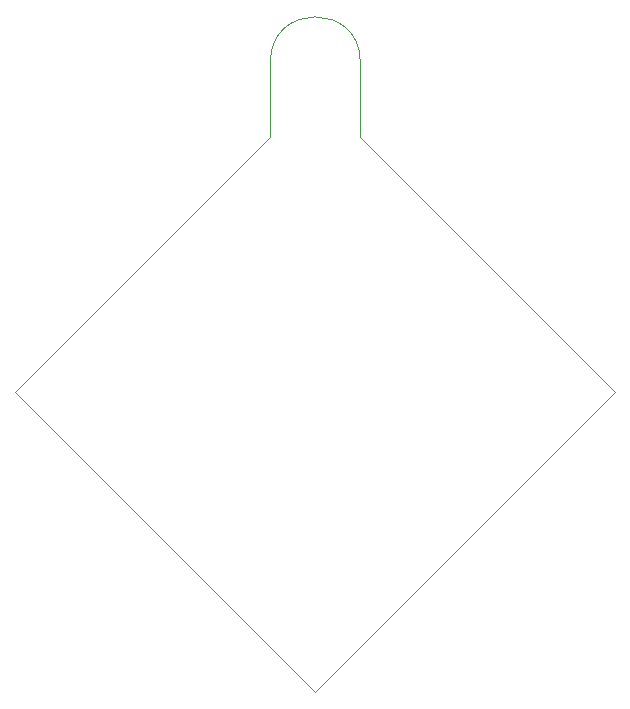
<source format=gm1>
G04 #@! TF.GenerationSoftware,KiCad,Pcbnew,(5.1.5)-3*
G04 #@! TF.CreationDate,2019-12-21T12:13:31-08:00*
G04 #@! TF.ProjectId,mole-diamond-keychain,6d6f6c65-2d64-4696-916d-6f6e642d6b65,A*
G04 #@! TF.SameCoordinates,Original*
G04 #@! TF.FileFunction,Profile,NP*
%FSLAX46Y46*%
G04 Gerber Fmt 4.6, Leading zero omitted, Abs format (unit mm)*
G04 Created by KiCad (PCBNEW (5.1.5)-3) date 2019-12-21 12:13:31*
%MOMM*%
%LPD*%
G04 APERTURE LIST*
%ADD10C,0.050000*%
G04 APERTURE END LIST*
D10*
X-3810000Y53340000D02*
G75*
G02X3810000Y53340000I3810000J0D01*
G01*
X3810000Y46990000D02*
X3810000Y53340000D01*
X-3810000Y53340000D02*
X-3810000Y46990000D01*
X25400000Y25400000D02*
X0Y0D01*
X3810000Y46990000D02*
X25400000Y25400000D01*
X-25400000Y25400000D02*
X-3810000Y46990000D01*
X0Y0D02*
X-25400000Y25400000D01*
M02*

</source>
